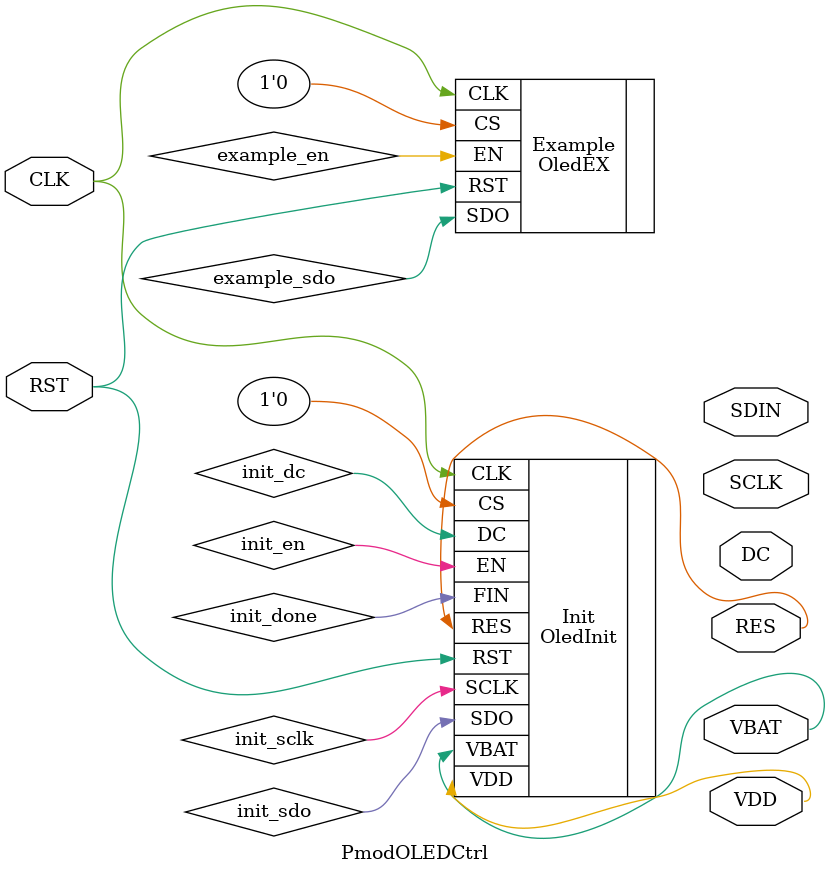
<source format=v>
`timescale 1ns / 1ps
module PmodOLEDCtrl(
		CLK,
		RST,
		SDIN,
		SCLK,
		DC,
		RES,
		VBAT,
		VDD
    );

	// ===========================================================================
	// 										Port Declarations
	// ===========================================================================
	input CLK; //Input clock to the FPGA
	input RST; //Reset signal to the FPGA
	output SDIN;//Data from the FPGA
	output SCLK;//Clock source for the SPI comuminication
	output DC; //Data/command signal from the FPGA
	output RES;
	output VBAT;
	output VDD;

	// ===========================================================================
	// 							  Parameters, Regsiters, and Wires
	// ===========================================================================
	wire SDIN, SCLK, DC;
	wire VDD, VBAT, RES;

	reg [110:0] current_state = "Idle";

	wire init_en;
	wire init_done;
	wire init_sdo;
	wire init_sclk;
	wire init_dc;
	
	wire example_en;
	wire example_cs;
	wire example_sdo;
	wire example_sclk;
	wire example_dc;
	wire example_done;
	// ===========================================================================
	// 										Implementation
	// ===========================================================================
	OledInit Init(
			.CLK(CLK),
			.RST(RST),
			.EN(init_en),
			.CS(1'b0),
			.SDO(init_sdo),
			.SCLK(init_sclk),
			.DC(init_dc),
			.RES(RES),
			.VBAT(VBAT),
			.VDD(VDD),
			.FIN(init_done)
	);
	
	OledEX Example(
	        .CS(1'b0),
			.CLK(CLK),
			.RST(RST),
			.EN(example_en),			
			.SDO(example_sdo)
    );

	//  State Machine
	always @(posedge CLK) begin
			if(RST == 1'b1) begin
					current_state <= "Idle";
			end
			else begin
					case(current_state)
						"Idle" : begin
							current_state <= "OledInitialize";
						end
  					   // Go through the initialization sequence
						"OledInitialize" : begin
								if(init_done == 1'b1) begin
										current_state <= "OledExample";
								end
						end
						// Do example and Do nothing when finished
						"OledExample" : begin
								if(example_done == 1'b1) begin
										current_state <= "Done";
								end
						end
						// Do Nothing
						"Done" : begin
							current_state <= "Done";
						end
						
						default : current_state <= "Idle";
					endcase
			end
	end

endmodule

</source>
